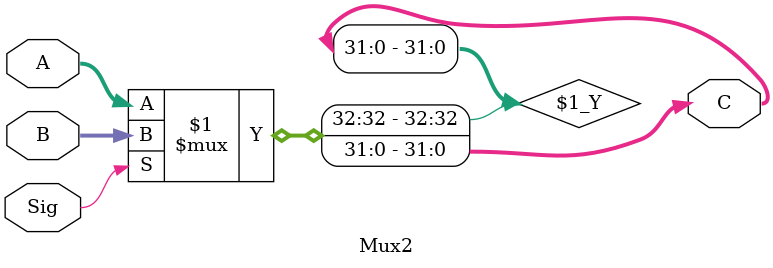
<source format=sv>
`timescale 1ns / 1ps
/*
    
*/
module Mux2(
        input logic [32: 0] A, B,
        input logic Sig,
        output logic [31: 0] C
    );
    
    assign C = (Sig) ? (B) : (A);
    
endmodule
</source>
